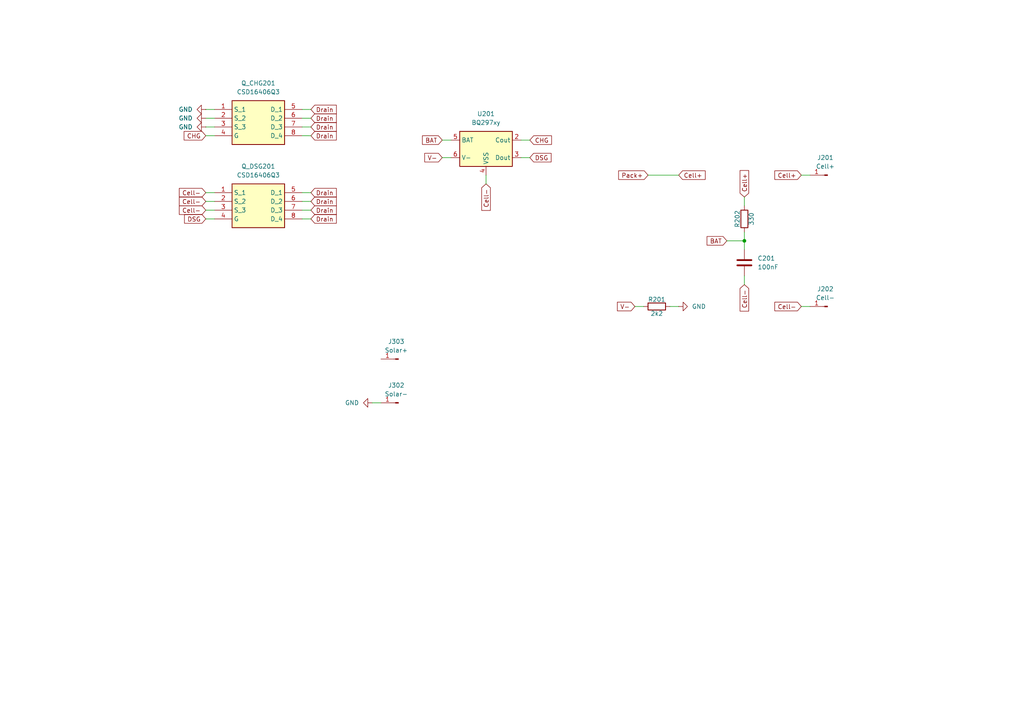
<source format=kicad_sch>
(kicad_sch (version 20250114) (generator "eeschema") (generator_version "9.0")
  (paper "A4")
  (lib_symbols
    (symbol "Battery_Management:BQ297xy"
      (property "Reference" "U" (at -6.35 6.35 0))
      (property "Value" "BQ297xy" (at 5.08 -6.35 0))
      (symbol "BQ297xy_0_1"
        (rectangle (start -7.62 5.08) (end 7.62 -5.08) (stroke (width 0.254)) (fill (type background)))
      )
      (symbol "BQ297xy_1_1"
        (pin input line (at -10.16 2.54 0) (length 2.54) (name "BAT") (number "5"))
        (pin input line (at -10.16 -2.54 0) (length 2.54) (name "V-") (number "6"))
        (pin power_in line (at 0 -7.62 90) (length 2.54) (name "VSS") (number "4"))
        (pin no_connect line (at 7.62 0 180) (length 2.54) (hide yes) (name "NC") (number "1"))
        (pin output line (at 10.16 2.54 180) (length 2.54) (name "Cout") (number "2"))
        (pin output line (at 10.16 -2.54 180) (length 2.54) (name "Dout") (number "3"))
      )
    )
    (symbol "CSD16406Q3:CSD16406Q3"
      (property "Reference" "Q" (at 21.59 7.62 0))
      (property "Value" "CSD16406Q3" (at 21.59 5.08 0))
      (symbol "CSD16406Q3_1_1"
        (rectangle (start 5.08 2.54) (end 20.32 -10.16) (stroke (width 0.254)) (fill (type background)))
        (pin passive line (at 0 0 0) (length 5.08) (name "S_1") (number "1"))
        (pin passive line (at 0 -2.54 0) (length 5.08) (name "S_2") (number "2"))
        (pin passive line (at 0 -5.08 0) (length 5.08) (name "S_3") (number "3"))
        (pin passive line (at 0 -7.62 0) (length 5.08) (name "G") (number "4"))
        (pin passive line (at 25.4 0 180) (length 5.08) (name "D_1") (number "5"))
        (pin passive line (at 25.4 -2.54 180) (length 5.08) (name "D_2") (number "6"))
        (pin passive line (at 25.4 -5.08 180) (length 5.08) (name "D_3") (number "7"))
        (pin passive line (at 25.4 -7.62 180) (length 5.08) (name "D_4") (number "8"))
      )
    )
    (symbol "Connector:Conn_01x01_Pin" (pin_names (offset 1.016) (hide yes))
      (property "Reference" "J" (at 0 2.54 0))
      (property "Value" "Conn_01x01_Pin" (at 0 -2.54 0))
      (symbol "Conn_01x01_Pin_1_1"
        (rectangle (start 0.8636 0.127) (end 0 -0.127) (stroke (width 0.1524)) (fill (type outline)))
        (polyline (pts (xy 1.27 0) (xy 0.8636 0)) (stroke (width 0.1524)))
        (pin passive line (at 5.08 0 180) (length 3.81) (name "Pin_1") (number "1"))
      )
    )
    (symbol "Device:C" (pin_numbers (hide yes)) (pin_names (offset 0.254))
      (property "Reference" "C" (at 0.635 2.54 0))
      (property "Value" "C" (at 0.635 -2.54 0))
      (symbol "C_0_1"
        (polyline (pts (xy -2.032 0.762) (xy 2.032 0.762)) (stroke (width 0.508)))
        (polyline (pts (xy -2.032 -0.762) (xy 2.032 -0.762)) (stroke (width 0.508)))
      )
      (symbol "C_1_1"
        (pin passive line (at 0 3.81 270) (length 2.794) (name "~") (number "1"))
        (pin passive line (at 0 -3.81 90) (length 2.794) (name "~") (number "2"))
      )
    )
    (symbol "Device:R" (pin_numbers (hide yes)) (pin_names (offset 0))
      (property "Reference" "R" (at 2.032 0 90))
      (property "Value" "R" (at 0 0 90))
      (symbol "R_0_1"
        (rectangle (start -1.016 -2.54) (end 1.016 2.54) (stroke (width 0.254)))
      )
      (symbol "R_1_1"
        (pin passive line (at 0 3.81 270) (length 1.27) (name "~") (number "1"))
        (pin passive line (at 0 -3.81 90) (length 1.27) (name "~") (number "2"))
      )
    )
    (symbol "power:GND" (power) (pin_numbers (hide yes)) (pin_names (offset 0) (hide yes))
      (property "Value" "GND" (at 0 -3.81 0))
      (symbol "GND_0_1"
        (polyline (pts (xy 0 0) (xy 0 -1.27) (xy 1.27 -1.27) (xy 0 -2.54) (xy -1.27 -1.27) (xy 0 -1.27)))
      )
      (symbol "GND_1_1"
        (pin power_in line (at 0 0 270) (length 0) (name "~") (number "1"))
      )
    )
  )
  (junction (at 215.9 69.85))
  (wire (pts (xy 90.17 36.83) (xy 87.63 36.83)))
  (wire (pts (xy 210.82 69.85) (xy 215.9 69.85)))
  (wire (pts (xy 140.97 53.34) (xy 140.97 50.8)))
  (wire (pts (xy 184.15 88.9) (xy 186.69 88.9)))
  (wire (pts (xy 59.69 55.88) (xy 62.23 55.88)))
  (wire (pts (xy 90.17 55.88) (xy 87.63 55.88)))
  (wire (pts (xy 128.27 40.64) (xy 130.81 40.64)))
  (wire (pts (xy 215.9 82.55) (xy 215.9 80.01)))
  (wire (pts (xy 215.9 69.85) (xy 215.9 67.31)))
  (wire (pts (xy 153.67 40.64) (xy 151.13 40.64)))
  (wire (pts (xy 187.96 50.8) (xy 196.85 50.8)))
  (wire (pts (xy 59.69 58.42) (xy 62.23 58.42)))
  (wire (pts (xy 59.69 31.75) (xy 62.23 31.75)))
  (wire (pts (xy 90.17 39.37) (xy 87.63 39.37)))
  (wire (pts (xy 59.69 60.96) (xy 62.23 60.96)))
  (wire (pts (xy 59.69 36.83) (xy 62.23 36.83)))
  (wire (pts (xy 215.9 57.15) (xy 215.9 59.69)))
  (wire (pts (xy 59.69 63.5) (xy 62.23 63.5)))
  (wire (pts (xy 90.17 58.42) (xy 87.63 58.42)))
  (wire (pts (xy 59.69 39.37) (xy 62.23 39.37)))
  (wire (pts (xy 196.85 88.9) (xy 194.31 88.9)))
  (wire (pts (xy 232.41 88.9) (xy 234.95 88.9)))
  (wire (pts (xy 232.41 50.8) (xy 234.95 50.8)))
  (wire (pts (xy 90.17 34.29) (xy 87.63 34.29)))
  (wire (pts (xy 90.17 63.5) (xy 87.63 63.5)))
  (wire (pts (xy 59.69 34.29) (xy 62.23 34.29)))
  (wire (pts (xy 90.17 31.75) (xy 87.63 31.75)))
  (wire (pts (xy 215.9 69.85) (xy 215.9 72.39)))
  (wire (pts (xy 107.95 116.84) (xy 110.49 116.84)))
  (wire (pts (xy 90.17 60.96) (xy 87.63 60.96)))
  (wire (pts (xy 153.67 45.72) (xy 151.13 45.72)))
  (wire (pts (xy 128.27 45.72) (xy 130.81 45.72)))
  (global_label "Cell+" (shape input) (at 215.9 57.15 90) (property "Intersheetrefs" "${INTERSHEET_REFS}" (effects (hide yes))))
  (global_label "Cell+" (shape input) (at 232.41 50.8 180) (property "Intersheetrefs" "${INTERSHEET_REFS}" (effects (hide yes))))
  (global_label "DSG" (shape input) (at 153.67 45.72 0) (property "Intersheetrefs" "${INTERSHEET_REFS}" (effects (hide yes))))
  (global_label "BAT" (shape input) (at 128.27 40.64 180) (property "Intersheetrefs" "${INTERSHEET_REFS}" (effects (hide yes))))
  (global_label "Cell-" (shape input) (at 140.97 53.34 270) (property "Intersheetrefs" "${INTERSHEET_REFS}" (effects (hide yes))))
  (global_label "CHG" (shape input) (at 59.69 39.37 180) (property "Intersheetrefs" "${INTERSHEET_REFS}" (effects (hide yes))))
  (global_label "Drain" (shape input) (at 90.17 31.75 0) (property "Intersheetrefs" "${INTERSHEET_REFS}" (effects (hide yes))))
  (global_label "Cell-" (shape input) (at 232.41 88.9 180) (property "Intersheetrefs" "${INTERSHEET_REFS}" (effects (hide yes))))
  (global_label "Cell-" (shape input) (at 59.69 60.96 180) (property "Intersheetrefs" "${INTERSHEET_REFS}" (effects (hide yes))))
  (global_label "Drain" (shape input) (at 90.17 36.83 0) (property "Intersheetrefs" "${INTERSHEET_REFS}" (effects (hide yes))))
  (global_label "BAT" (shape input) (at 210.82 69.85 180) (property "Intersheetrefs" "${INTERSHEET_REFS}" (effects (hide yes))))
  (global_label "Cell-" (shape input) (at 215.9 82.55 270) (property "Intersheetrefs" "${INTERSHEET_REFS}" (effects (hide yes))))
  (global_label "V-" (shape input) (at 128.27 45.72 180) (property "Intersheetrefs" "${INTERSHEET_REFS}" (effects (hide yes))))
  (global_label "Cell-" (shape input) (at 59.69 58.42 180) (property "Intersheetrefs" "${INTERSHEET_REFS}" (effects (hide yes))))
  (global_label "CHG" (shape input) (at 153.67 40.64 0) (property "Intersheetrefs" "${INTERSHEET_REFS}" (effects (hide yes))))
  (global_label "Drain" (shape input) (at 90.17 58.42 0) (property "Intersheetrefs" "${INTERSHEET_REFS}" (effects (hide yes))))
  (global_label "Pack+" (shape input) (at 187.96 50.8 180) (property "Intersheetrefs" "${INTERSHEET_REFS}" (effects (hide yes))))
  (global_label "V-" (shape input) (at 184.15 88.9 180) (property "Intersheetrefs" "${INTERSHEET_REFS}" (effects (hide yes))))
  (global_label "Cell-" (shape input) (at 59.69 55.88 180) (property "Intersheetrefs" "${INTERSHEET_REFS}" (effects (hide yes))))
  (global_label "Drain" (shape input) (at 90.17 34.29 0) (property "Intersheetrefs" "${INTERSHEET_REFS}" (effects (hide yes))))
  (global_label "Drain" (shape input) (at 90.17 55.88 0) (property "Intersheetrefs" "${INTERSHEET_REFS}" (effects (hide yes))))
  (global_label "Drain" (shape input) (at 90.17 39.37 0) (property "Intersheetrefs" "${INTERSHEET_REFS}" (effects (hide yes))))
  (global_label "Drain" (shape input) (at 90.17 63.5 0) (property "Intersheetrefs" "${INTERSHEET_REFS}" (effects (hide yes))))
  (global_label "Cell+" (shape input) (at 196.85 50.8 0) (property "Intersheetrefs" "${INTERSHEET_REFS}" (effects (hide yes))))
  (global_label "Drain" (shape input) (at 90.17 60.96 0) (property "Intersheetrefs" "${INTERSHEET_REFS}" (effects (hide yes))))
  (global_label "DSG" (shape input) (at 59.69 63.5 180) (property "Intersheetrefs" "${INTERSHEET_REFS}" (effects (hide yes))))
  (symbol (lib_id "power:GND") (at 196.85 88.9 90) (unit 1)
    (property "Reference" "#PWR0307" (effects (hide yes)))
    (property "Value" "GND" (at 200.66 88.8999 90) (effects (justify right)))
    (property "Description" "Power symbol creates a global label with name \"GND\" , ground" (effects (hide yes)))
  )
  (symbol (lib_id "CSD16406Q3:CSD16406Q3") (at 62.23 55.88 0) (unit 1)
    (property "Reference" "Q_DSG201" (at 74.93 48.26 0))
    (property "Value" "CSD16406Q3" (at 74.93 50.8 0))
    (property "Footprint" "CSD16406Q3:DQG_VSON-CLIP" (effects (hide yes)))
    (property "Datasheet" "http://www.ti.com/lit/gpn/csd16406q3" (effects (hide yes)))
    (property "Description" "25V, N ch NexFET MOSFET, single SON3x3, 7.4mOhm" (effects (hide yes)))
    (property "Mouser Part Number" "595-CSD16406Q3" (effects (hide yes)))
    (property "Mouser Price/Stock" "https://www.mouser.co.uk/ProductDetail/Texas-Instruments/CSD16406Q3?qs=SuDOdTVxq4Wogv4PDdDFZA%3D%3D" (effects (hide yes)))
    (property "Manufacturer_Name" "Texas Instruments" (effects (hide yes)))
    (property "Manufacturer_Part_Number" "CSD16406Q3" (effects (hide yes)))
  )
  (symbol (lib_id "power:GND") (at 107.95 116.84 270) (unit 1)
    (property "Reference" "#PWR0317" (effects (hide yes)))
    (property "Value" "GND" (at 104.14 116.8399 90) (effects (justify right)))
    (property "Description" "Power symbol creates a global label with name \"GND\" , ground" (effects (hide yes)))
  )
  (symbol (lib_id "power:GND") (at 59.69 34.29 270) (unit 1)
    (property "Reference" "#PWR0309" (effects (hide yes)))
    (property "Value" "GND" (at 55.88 34.2899 90) (effects (justify right)))
    (property "Description" "Power symbol creates a global label with name \"GND\" , ground" (effects (hide yes)))
  )
  (symbol (lib_id "CSD16406Q3:CSD16406Q3") (at 62.23 31.75 0) (unit 1)
    (property "Reference" "Q_CHG201" (at 74.93 24.13 0))
    (property "Value" "CSD16406Q3" (at 74.93 26.67 0))
    (property "Footprint" "CSD16406Q3:DQG_VSON-CLIP" (effects (hide yes)))
    (property "Datasheet" "http://www.ti.com/lit/gpn/csd16406q3" (effects (hide yes)))
    (property "Description" "25V, N ch NexFET MOSFET, single SON3x3, 7.4mOhm" (effects (hide yes)))
    (property "Mouser Part Number" "595-CSD16406Q3" (effects (hide yes)))
    (property "Mouser Price/Stock" "https://www.mouser.co.uk/ProductDetail/Texas-Instruments/CSD16406Q3?qs=SuDOdTVxq4Wogv4PDdDFZA%3D%3D" (effects (hide yes)))
    (property "Manufacturer_Name" "Texas Instruments" (effects (hide yes)))
    (property "Manufacturer_Part_Number" "CSD16406Q3" (effects (hide yes)))
  )
  (symbol (lib_id "Device:C") (at 215.9 76.2 0) (unit 1)
    (property "Reference" "C201" (at 219.71 74.9299 0) (effects (justify left)))
    (property "Value" "100nF" (at 219.71 77.4699 0) (effects (justify left)))
    (property "Footprint" "Capacitor_SMD:C_0603_1608Metric_Pad1.08x0.95mm_HandSolder" (effects (hide yes)))
    (property "Description" "Unpolarized capacitor" (effects (hide yes)))
  )
  (symbol (lib_id "power:GND") (at 59.69 36.83 270) (unit 1)
    (property "Reference" "#PWR0310" (effects (hide yes)))
    (property "Value" "GND" (at 55.88 36.8299 90) (effects (justify right)))
    (property "Description" "Power symbol creates a global label with name \"GND\" , ground" (effects (hide yes)))
  )
  (symbol (lib_id "Connector:Conn_01x01_Pin") (at 115.57 116.84 180) (unit 1)
    (property "Reference" "J302" (at 114.935 111.76 0))
    (property "Value" "Solar-" (at 114.935 114.3 0))
    (property "Footprint" "Connector_Wire:SolderWire-0.75sqmm_1x01_D1.25mm_OD3.5mm" (effects (hide yes)))
    (property "Description" "Generic connector, single row, 01x01, script generated" (effects (hide yes)))
  )
  (symbol (lib_id "power:GND") (at 59.69 31.75 270) (unit 1)
    (property "Reference" "#PWR0308" (effects (hide yes)))
    (property "Value" "GND" (at 55.88 31.7499 90) (effects (justify right)))
    (property "Description" "Power symbol creates a global label with name \"GND\" , ground" (effects (hide yes)))
  )
  (symbol (lib_id "Connector:Conn_01x01_Pin") (at 240.03 50.8 180) (unit 1)
    (property "Reference" "J201" (at 239.395 45.72 0))
    (property "Value" "Cell+" (at 239.395 48.26 0))
    (property "Footprint" "Connector_Wire:SolderWire-0.75sqmm_1x01_D1.25mm_OD3.5mm" (effects (hide yes)))
    (property "Description" "Generic connector, single row, 01x01, script generated" (effects (hide yes)))
  )
  (symbol (lib_id "Battery_Management:BQ297xy") (at 140.97 43.18 0) (unit 1)
    (property "Reference" "U201" (at 140.97 33.02 0))
    (property "Value" "BQ297xy" (at 140.97 35.56 0))
    (property "Footprint" "Package_SON:WSON-6_1.5x1.5mm_P0.5mm" (effects (hide yes)))
    (property "Datasheet" "http://www.ti.com/lit/ds/symlink/bq2970.pdf" (effects (hide yes)))
    (property "Description" "Voltage and Current Protection for Single-Cell Li-Ion and Li-Polymer Batteries" (effects (hide yes)))
  )
  (symbol (lib_id "Device:R") (at 190.5 88.9 270) (unit 1)
    (property "Reference" "R201" (at 190.5 86.868 90))
    (property "Value" "2k2" (at 190.5 90.932 90))
    (property "Footprint" "Resistor_SMD:R_0805_2012Metric_Pad1.20x1.40mm_HandSolder" (effects (hide yes)))
    (property "Description" "Resistor" (effects (hide yes)))
  )
  (symbol (lib_id "Connector:Conn_01x01_Pin") (at 240.03 88.9 180) (unit 1)
    (property "Reference" "J202" (at 239.395 83.82 0))
    (property "Value" "Cell-" (at 239.395 86.36 0))
    (property "Footprint" "Connector_Wire:SolderWire-0.75sqmm_1x01_D1.25mm_OD3.5mm" (effects (hide yes)))
    (property "Description" "Generic connector, single row, 01x01, script generated" (effects (hide yes)))
  )
  (symbol (lib_id "Device:R") (at 215.9 63.5 0) (unit 1)
    (property "Reference" "R202" (at 213.868 63.5 90))
    (property "Value" "330" (at 217.932 63.5 90))
    (property "Footprint" "Resistor_SMD:R_0805_2012Metric_Pad1.20x1.40mm_HandSolder" (effects (hide yes)))
    (property "Description" "Resistor" (effects (hide yes)))
  )
  (symbol (lib_id "Connector:Conn_01x01_Pin") (at 115.57 104.14 180) (unit 1)
    (property "Reference" "J303" (at 114.935 99.06 0))
    (property "Value" "Solar+" (at 114.935 101.6 0))
    (property "Footprint" "Connector_Wire:SolderWire-0.75sqmm_1x01_D1.25mm_OD3.5mm" (effects (hide yes)))
    (property "Description" "Generic connector, single row, 01x01, script generated" (effects (hide yes)))
  )
)
</source>
